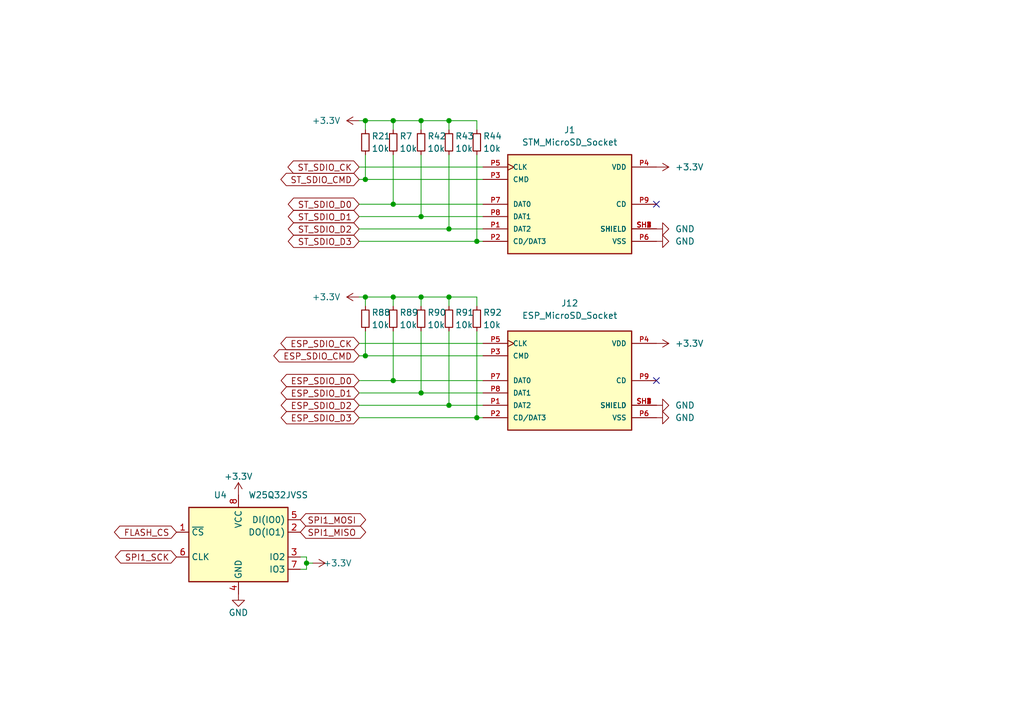
<source format=kicad_sch>
(kicad_sch (version 20211123) (generator eeschema)
  (paper "A5")
  (lib_symbols
    (symbol "Device:R_Small" (pin_numbers hide) (pin_names (offset 0.254) hide)
      (property "Reference" "R" (at 0.762 0.508 0))
      (property "Value" "R_Small" (at 0.762 -1.016 0))
      (symbol "R_Small_0_1"
        (rectangle (start -0.762 1.778) (end 0.762 -1.778) (stroke (width 0.2032)))
      )
      (symbol "R_Small_1_1"
        (pin passive line (at 0 2.54 270) (length 0.762) (name "~") (number "1"))
        (pin passive line (at 0 -2.54 90) (length 0.762) (name "~") (number "2"))
      )
    )
    (symbol "Memory_Flash:W25Q32JVSS"
      (property "Reference" "U" (at -8.89 8.89 0))
      (property "Value" "W25Q32JVSS" (at 7.62 8.89 0))
      (symbol "W25Q32JVSS_0_1"
        (rectangle (start -10.16 7.62) (end 10.16 -7.62) (stroke (width 0.254)) (fill (type background)))
      )
      (symbol "W25Q32JVSS_1_1"
        (pin input line (at -12.7 2.54 0) (length 2.54) (name "~{CS}") (number "1"))
        (pin bidirectional line (at 12.7 2.54 180) (length 2.54) (name "DO(IO1)") (number "2"))
        (pin bidirectional line (at 12.7 -2.54 180) (length 2.54) (name "IO2") (number "3"))
        (pin power_in line (at 0 -10.16 90) (length 2.54) (name "GND") (number "4"))
        (pin bidirectional line (at 12.7 5.08 180) (length 2.54) (name "DI(IO0)") (number "5"))
        (pin input line (at -12.7 -2.54 0) (length 2.54) (name "CLK") (number "6"))
        (pin bidirectional line (at 12.7 -5.08 180) (length 2.54) (name "IO3") (number "7"))
        (pin power_in line (at 0 10.16 270) (length 2.54) (name "VCC") (number "8"))
      )
    )
    (symbol "MicroSD_Socket:MEM2075-00-140-01-A" (pin_names (offset 1.016))
      (property "Reference" "J" (at -12.7 10.795 0))
      (property "Value" "MEM2075-00-140-01-A" (at -12.7 -12.7 0))
      (symbol "MEM2075-00-140-01-A_0_0"
        (rectangle (start -12.7 -10.16) (end 12.7 10.16) (stroke (width 0.254)) (fill (type background)))
        (pin bidirectional line (at -17.78 -5.08 0) (length 5.08) (name "DAT2") (number "P1"))
        (pin bidirectional line (at -17.78 -7.62 0) (length 5.08) (name "CD/DAT3") (number "P2"))
        (pin bidirectional line (at -17.78 5.08 0) (length 5.08) (name "CMD") (number "P3"))
        (pin power_in line (at 17.78 7.62 180) (length 5.08) (name "VDD") (number "P4"))
        (pin bidirectional clock (at -17.78 7.62 0) (length 5.08) (name "CLK") (number "P5"))
        (pin power_in line (at 17.78 -7.62 180) (length 5.08) (name "VSS") (number "P6"))
        (pin bidirectional line (at -17.78 0 0) (length 5.08) (name "DAT0") (number "P7"))
        (pin bidirectional line (at -17.78 -2.54 0) (length 5.08) (name "DAT1") (number "P8"))
        (pin passive line (at 17.78 0 180) (length 5.08) (name "CD") (number "P9"))
        (pin power_in line (at 17.78 -5.08 180) (length 5.08) (name "SHIELD") (number "SH1"))
        (pin power_in line (at 17.78 -5.08 180) (length 5.08) (name "SHIELD") (number "SH2"))
        (pin power_in line (at 17.78 -5.08 180) (length 5.08) (name "SHIELD") (number "SH3"))
        (pin power_in line (at 17.78 -5.08 180) (length 5.08) (name "SHIELD") (number "SH4"))
      )
    )
    (symbol "power:+3.3V" (power) (pin_names (offset 0))
      (property "Value" "+3.3V" (at 0 3.556 0))
      (symbol "+3.3V_0_1"
        (polyline (pts (xy -0.762 1.27) (xy 0 2.54)))
        (polyline (pts (xy 0 0) (xy 0 2.54)))
        (polyline (pts (xy 0 2.54) (xy 0.762 1.27)))
      )
      (symbol "+3.3V_1_1"
        (pin power_in line (at 0 0 90) (length 0) hide (name "+3.3V") (number "1"))
      )
    )
    (symbol "power:GND" (power) (pin_names (offset 0))
      (property "Value" "GND" (at 0 -3.81 0))
      (symbol "GND_0_1"
        (polyline (pts (xy 0 0) (xy 0 -1.27) (xy 1.27 -1.27) (xy 0 -2.54) (xy -1.27 -1.27) (xy 0 -1.27)))
      )
      (symbol "GND_1_1"
        (pin power_in line (at 0 0 270) (length 0) hide (name "GND") (number "1"))
      )
    )
  )
  (junction (at 97.79 49.53))
  (junction (at 74.93 36.83))
  (junction (at 74.93 24.765))
  (junction (at 92.075 60.96))
  (junction (at 80.645 78.105))
  (junction (at 86.36 24.765))
  (junction (at 74.93 73.025))
  (junction (at 80.645 24.765))
  (junction (at 86.36 44.45))
  (junction (at 80.645 60.96))
  (junction (at 92.075 24.765))
  (junction (at 86.36 80.645))
  (junction (at 97.79 85.725))
  (junction (at 74.93 60.96))
  (junction (at 92.075 46.99))
  (junction (at 86.36 60.96))
  (junction (at 62.865 115.57))
  (junction (at 80.645 41.91))
  (junction (at 92.075 83.185))
  (no_connect (at 134.62 41.91))
  (no_connect (at 134.62 78.105))
  (wire (pts (xy 92.075 46.99) (xy 99.06 46.99)))
  (wire (pts (xy 73.66 24.765) (xy 74.93 24.765)))
  (wire (pts (xy 97.79 49.53) (xy 99.06 49.53)))
  (wire (pts (xy 73.66 78.105) (xy 80.645 78.105)))
  (wire (pts (xy 73.66 60.96) (xy 74.93 60.96)))
  (wire (pts (xy 92.075 60.96) (xy 92.075 62.865)))
  (wire (pts (xy 74.93 73.025) (xy 99.06 73.025)))
  (wire (pts (xy 92.075 60.96) (xy 86.36 60.96)))
  (wire (pts (xy 73.66 46.99) (xy 92.075 46.99)))
  (wire (pts (xy 97.79 67.945) (xy 97.79 85.725)))
  (wire (pts (xy 80.645 24.765) (xy 74.93 24.765)))
  (wire (pts (xy 73.66 73.025) (xy 74.93 73.025)))
  (wire (pts (xy 62.865 116.84) (xy 61.595 116.84)))
  (wire (pts (xy 73.66 44.45) (xy 86.36 44.45)))
  (wire (pts (xy 80.645 78.105) (xy 99.06 78.105)))
  (wire (pts (xy 73.66 70.485) (xy 99.06 70.485)))
  (wire (pts (xy 80.645 67.945) (xy 80.645 78.105)))
  (wire (pts (xy 73.66 83.185) (xy 92.075 83.185)))
  (wire (pts (xy 73.66 80.645) (xy 86.36 80.645)))
  (wire (pts (xy 86.36 60.96) (xy 86.36 62.865)))
  (wire (pts (xy 97.79 85.725) (xy 99.06 85.725)))
  (wire (pts (xy 86.36 67.945) (xy 86.36 80.645)))
  (wire (pts (xy 74.93 31.75) (xy 74.93 36.83)))
  (wire (pts (xy 86.36 24.765) (xy 80.645 24.765)))
  (wire (pts (xy 61.595 114.3) (xy 62.865 114.3)))
  (wire (pts (xy 86.36 80.645) (xy 99.06 80.645)))
  (wire (pts (xy 73.66 36.83) (xy 74.93 36.83)))
  (wire (pts (xy 80.645 31.75) (xy 80.645 41.91)))
  (wire (pts (xy 92.075 31.75) (xy 92.075 46.99)))
  (wire (pts (xy 97.79 60.96) (xy 92.075 60.96)))
  (wire (pts (xy 86.36 44.45) (xy 99.06 44.45)))
  (wire (pts (xy 74.93 67.945) (xy 74.93 73.025)))
  (wire (pts (xy 97.79 62.865) (xy 97.79 60.96)))
  (wire (pts (xy 97.79 26.67) (xy 97.79 24.765)))
  (wire (pts (xy 92.075 67.945) (xy 92.075 83.185)))
  (wire (pts (xy 97.79 24.765) (xy 92.075 24.765)))
  (wire (pts (xy 62.865 115.57) (xy 62.865 116.84)))
  (wire (pts (xy 73.66 85.725) (xy 97.79 85.725)))
  (wire (pts (xy 92.075 83.185) (xy 99.06 83.185)))
  (wire (pts (xy 80.645 60.96) (xy 80.645 62.865)))
  (wire (pts (xy 62.865 115.57) (xy 64.135 115.57)))
  (wire (pts (xy 86.36 24.765) (xy 86.36 26.67)))
  (wire (pts (xy 80.645 41.91) (xy 99.06 41.91)))
  (wire (pts (xy 97.79 31.75) (xy 97.79 49.53)))
  (wire (pts (xy 73.66 49.53) (xy 97.79 49.53)))
  (wire (pts (xy 74.93 60.96) (xy 74.93 62.865)))
  (wire (pts (xy 92.075 24.765) (xy 92.075 26.67)))
  (wire (pts (xy 86.36 31.75) (xy 86.36 44.45)))
  (wire (pts (xy 92.075 24.765) (xy 86.36 24.765)))
  (wire (pts (xy 74.93 24.765) (xy 74.93 26.67)))
  (wire (pts (xy 86.36 60.96) (xy 80.645 60.96)))
  (wire (pts (xy 80.645 24.765) (xy 80.645 26.67)))
  (wire (pts (xy 73.66 34.29) (xy 99.06 34.29)))
  (wire (pts (xy 73.66 41.91) (xy 80.645 41.91)))
  (wire (pts (xy 74.93 36.83) (xy 99.06 36.83)))
  (wire (pts (xy 80.645 60.96) (xy 74.93 60.96)))
  (wire (pts (xy 62.865 114.3) (xy 62.865 115.57)))
  (global_label "ESP_SDIO_CMD" (shape bidirectional) (at 73.66 73.025 180) (property "Intersheet References" "${INTERSHEET_REFS}" (effects hide)))
  (global_label "SPI1_MISO" (shape bidirectional) (at 61.595 109.22 0) (property "Intersheet References" "${INTERSHEET_REFS}" (effects hide)))
  (global_label "ST_SDIO_D0" (shape bidirectional) (at 73.66 41.91 180) (property "Intersheet References" "${INTERSHEET_REFS}" (effects hide)))
  (global_label "ESP_SDIO_D3" (shape bidirectional) (at 73.66 85.725 180) (property "Intersheet References" "${INTERSHEET_REFS}" (effects hide)))
  (global_label "ST_SDIO_D2" (shape bidirectional) (at 73.66 46.99 180) (property "Intersheet References" "${INTERSHEET_REFS}" (effects hide)))
  (global_label "SPI1_MOSI" (shape bidirectional) (at 61.595 106.68 0) (property "Intersheet References" "${INTERSHEET_REFS}" (effects hide)))
  (global_label "ST_SDIO_CK" (shape bidirectional) (at 73.66 34.29 180) (property "Intersheet References" "${INTERSHEET_REFS}" (effects hide)))
  (global_label "ST_SDIO_D1" (shape bidirectional) (at 73.66 44.45 180) (property "Intersheet References" "${INTERSHEET_REFS}" (effects hide)))
  (global_label "ST_SDIO_CMD" (shape bidirectional) (at 73.66 36.83 180) (property "Intersheet References" "${INTERSHEET_REFS}" (effects hide)))
  (global_label "ESP_SDIO_D1" (shape bidirectional) (at 73.66 80.645 180) (property "Intersheet References" "${INTERSHEET_REFS}" (effects hide)))
  (global_label "ESP_SDIO_D0" (shape bidirectional) (at 73.66 78.105 180) (property "Intersheet References" "${INTERSHEET_REFS}" (effects hide)))
  (global_label "ESP_SDIO_CK" (shape bidirectional) (at 73.66 70.485 180) (property "Intersheet References" "${INTERSHEET_REFS}" (effects hide)))
  (global_label "FLASH_CS" (shape bidirectional) (at 36.195 109.22 180) (property "Intersheet References" "${INTERSHEET_REFS}" (effects hide)))
  (global_label "SPI1_SCK" (shape bidirectional) (at 36.195 114.3 180) (property "Intersheet References" "${INTERSHEET_REFS}" (effects hide)))
  (global_label "ESP_SDIO_D2" (shape bidirectional) (at 73.66 83.185 180) (property "Intersheet References" "${INTERSHEET_REFS}" (effects hide)))
  (global_label "ST_SDIO_D3" (shape bidirectional) (at 73.66 49.53 180) (property "Intersheet References" "${INTERSHEET_REFS}" (effects hide)))
  (symbol (lib_id "MicroSD_Socket:MEM2075-00-140-01-A") (at 116.84 78.105 0) (unit 1)
    (property "Reference" "J12" (at 116.84 62.23 0))
    (property "Value" "ESP_MicroSD_Socket" (at 116.84 64.77 0))
    (property "Footprint" "MicroSD_Socket:MicroSD_Socket" (effects hide))
    (property "MANUFACTURER" "GCT" (effects hide))
    (property "PARTREV" "A" (effects hide))
    (property "STANDARD" "Manufacturer recommendations" (effects hide))
  )
  (symbol (lib_id "power:+3.3V") (at 134.62 34.29 270) (unit 1)
    (property "Reference" "#PWR023" (effects hide))
    (property "Value" "+3.3V" (at 138.43 34.2899 90) (effects (justify left)))
  )
  (symbol (lib_id "power:GND") (at 134.62 85.725 90) (unit 1)
    (property "Reference" "#PWR0159" (effects hide))
    (property "Value" "GND" (at 138.43 85.7249 90) (effects (justify right)))
  )
  (symbol (lib_id "MicroSD_Socket:MEM2075-00-140-01-A") (at 116.84 41.91 0) (unit 1)
    (property "Reference" "J1" (at 116.84 26.67 0))
    (property "Value" "STM_MicroSD_Socket" (at 116.84 29.21 0))
    (property "Footprint" "MicroSD_Socket:MicroSD_Socket" (effects hide))
    (property "MANUFACTURER" "GCT" (effects hide))
    (property "PARTREV" "A" (effects hide))
    (property "STANDARD" "Manufacturer recommendations" (effects hide))
  )
  (symbol (lib_id "Device:R_Small") (at 97.79 29.21 0) (unit 1)
    (property "Reference" "R44" (at 99.06 27.94 0) (effects (justify left)))
    (property "Value" "10k" (at 99.06 30.48 0) (effects (justify left)))
    (property "Footprint" "Resistor_SMD:R_0603_1608Metric" (effects hide))
  )
  (symbol (lib_id "Device:R_Small") (at 92.075 65.405 0) (unit 1)
    (property "Reference" "R91" (at 93.345 64.135 0) (effects (justify left)))
    (property "Value" "10k" (at 93.345 66.675 0) (effects (justify left)))
    (property "Footprint" "Resistor_SMD:R_0603_1608Metric" (effects hide))
  )
  (symbol (lib_id "power:+3.3V") (at 73.66 24.765 90) (unit 1)
    (property "Reference" "#PWR019" (effects hide))
    (property "Value" "+3.3V" (at 69.85 24.7649 90) (effects (justify left)))
  )
  (symbol (lib_id "power:+3.3V") (at 134.62 70.485 270) (unit 1)
    (property "Reference" "#PWR0158" (effects hide))
    (property "Value" "+3.3V" (at 138.43 70.4849 90) (effects (justify left)))
  )
  (symbol (lib_id "power:GND") (at 48.895 121.92 0) (unit 1)
    (property "Reference" "#PWR021" (effects hide))
    (property "Value" "GND" (at 48.895 125.73 0))
  )
  (symbol (lib_id "power:GND") (at 134.62 46.99 90) (unit 1)
    (property "Reference" "#PWR024" (effects hide))
    (property "Value" "GND" (at 138.43 46.9899 90) (effects (justify right)))
  )
  (symbol (lib_id "Device:R_Small") (at 80.645 65.405 0) (unit 1)
    (property "Reference" "R89" (at 81.915 64.135 0) (effects (justify left)))
    (property "Value" "10k" (at 81.915 66.675 0) (effects (justify left)))
    (property "Footprint" "Resistor_SMD:R_0603_1608Metric" (effects hide))
  )
  (symbol (lib_id "power:+3.3V") (at 48.895 101.6 0) (unit 1)
    (property "Reference" "#PWR020" (effects hide))
    (property "Value" "+3.3V" (at 48.895 97.79 0))
  )
  (symbol (lib_id "power:GND") (at 134.62 49.53 90) (unit 1)
    (property "Reference" "#PWR025" (effects hide))
    (property "Value" "GND" (at 138.43 49.5299 90) (effects (justify right)))
  )
  (symbol (lib_id "Device:R_Small") (at 86.36 65.405 0) (unit 1)
    (property "Reference" "R90" (at 87.63 64.135 0) (effects (justify left)))
    (property "Value" "10k" (at 87.63 66.675 0) (effects (justify left)))
    (property "Footprint" "Resistor_SMD:R_0603_1608Metric" (effects hide))
  )
  (symbol (lib_id "power:+3.3V") (at 64.135 115.57 270) (unit 1)
    (property "Reference" "#PWR022" (effects hide))
    (property "Value" "+3.3V" (at 69.215 115.57 90))
  )
  (symbol (lib_id "Device:R_Small") (at 97.79 65.405 0) (unit 1)
    (property "Reference" "R92" (at 99.06 64.135 0) (effects (justify left)))
    (property "Value" "10k" (at 99.06 66.675 0) (effects (justify left)))
    (property "Footprint" "Resistor_SMD:R_0603_1608Metric" (effects hide))
  )
  (symbol (lib_id "Device:R_Small") (at 80.645 29.21 0) (unit 1)
    (property "Reference" "R7" (at 81.915 27.94 0) (effects (justify left)))
    (property "Value" "10k" (at 81.915 30.48 0) (effects (justify left)))
    (property "Footprint" "Resistor_SMD:R_0603_1608Metric" (effects hide))
  )
  (symbol (lib_id "power:+3.3V") (at 73.66 60.96 90) (unit 1)
    (property "Reference" "#PWR0157" (effects hide))
    (property "Value" "+3.3V" (at 69.85 60.9599 90) (effects (justify left)))
  )
  (symbol (lib_id "Memory_Flash:W25Q32JVSS") (at 48.895 111.76 0) (unit 1)
    (property "Reference" "U4" (at 43.815 101.6 0) (effects (justify left)))
    (property "Value" "W25Q32JVSS" (at 50.9144 101.6 0) (effects (justify left)))
    (property "Footprint" "Package_SO:SOIC-8_5.23x5.23mm_P1.27mm" (effects hide))
    (property "Datasheet" "http://www.winbond.com/resource-files/w25q32jv%20revg%2003272018%20plus.pdf" (effects hide))
  )
  (symbol (lib_id "power:GND") (at 134.62 83.185 90) (unit 1)
    (property "Reference" "#PWR0160" (effects hide))
    (property "Value" "GND" (at 138.43 83.1849 90) (effects (justify right)))
  )
  (symbol (lib_id "Device:R_Small") (at 92.075 29.21 0) (unit 1)
    (property "Reference" "R43" (at 93.345 27.94 0) (effects (justify left)))
    (property "Value" "10k" (at 93.345 30.48 0) (effects (justify left)))
    (property "Footprint" "Resistor_SMD:R_0603_1608Metric" (effects hide))
  )
  (symbol (lib_id "Device:R_Small") (at 74.93 65.405 0) (unit 1)
    (property "Reference" "R88" (at 76.2 64.135 0) (effects (justify left)))
    (property "Value" "10k" (at 76.2 66.675 0) (effects (justify left)))
    (property "Footprint" "Resistor_SMD:R_0603_1608Metric" (effects hide))
  )
  (symbol (lib_id "Device:R_Small") (at 74.93 29.21 0) (unit 1)
    (property "Reference" "R21" (at 76.2 27.94 0) (effects (justify left)))
    (property "Value" "10k" (at 76.2 30.48 0) (effects (justify left)))
    (property "Footprint" "Resistor_SMD:R_0603_1608Metric" (effects hide))
  )
  (symbol (lib_id "Device:R_Small") (at 86.36 29.21 0) (unit 1)
    (property "Reference" "R42" (at 87.63 27.94 0) (effects (justify left)))
    (property "Value" "10k" (at 87.63 30.48 0) (effects (justify left)))
    (property "Footprint" "Resistor_SMD:R_0603_1608Metric" (effects hide))
  )
)
</source>
